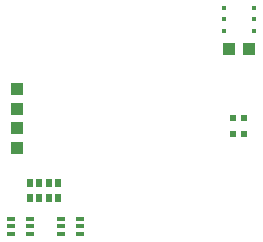
<source format=gtp>
G75*
%MOIN*%
%OFA0B0*%
%FSLAX25Y25*%
%IPPOS*%
%LPD*%
%AMOC8*
5,1,8,0,0,1.08239X$1,22.5*
%
%ADD10R,0.04331X0.03937*%
%ADD11R,0.01575X0.01575*%
%ADD12R,0.01969X0.02559*%
%ADD13R,0.03150X0.01575*%
%ADD14R,0.02362X0.01969*%
D10*
X0067545Y0084868D03*
X0067545Y0091561D03*
X0067545Y0097663D03*
X0067545Y0104356D03*
X0138017Y0117742D03*
X0144710Y0117742D03*
D11*
X0146482Y0123647D03*
X0146482Y0127584D03*
X0146482Y0131521D03*
X0136246Y0131521D03*
X0136246Y0127584D03*
X0136246Y0123647D03*
D12*
X0081128Y0072958D03*
X0077978Y0072958D03*
X0074828Y0072958D03*
X0071679Y0072958D03*
X0071679Y0068037D03*
X0074828Y0068037D03*
X0077978Y0068037D03*
X0081128Y0068037D03*
D13*
X0065380Y0056128D03*
X0065380Y0058687D03*
X0065380Y0061246D03*
X0071679Y0061246D03*
X0071679Y0058687D03*
X0071679Y0056128D03*
X0082112Y0056128D03*
X0082112Y0058687D03*
X0082112Y0061246D03*
X0088411Y0061246D03*
X0088411Y0058687D03*
X0088411Y0056128D03*
D14*
X0139513Y0089277D03*
X0143057Y0089277D03*
X0143057Y0094789D03*
X0139513Y0094789D03*
M02*

</source>
